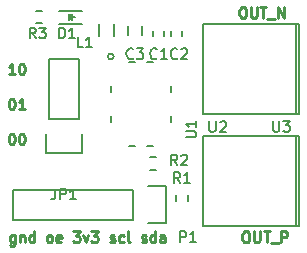
<source format=gto>
G04 #@! TF.FileFunction,Legend,Top*
%FSLAX46Y46*%
G04 Gerber Fmt 4.6, Leading zero omitted, Abs format (unit mm)*
G04 Created by KiCad (PCBNEW 4.0.2-stable) date Sun 24 Apr 2016 07:38:59 PM AKDT*
%MOMM*%
G01*
G04 APERTURE LIST*
%ADD10C,0.100000*%
%ADD11C,0.225000*%
%ADD12C,0.150000*%
G04 APERTURE END LIST*
D10*
D11*
X160035715Y-97257143D02*
X160207144Y-97257143D01*
X160292858Y-97300000D01*
X160378572Y-97385714D01*
X160421430Y-97557143D01*
X160421430Y-97857143D01*
X160378572Y-98028571D01*
X160292858Y-98114286D01*
X160207144Y-98157143D01*
X160035715Y-98157143D01*
X159950001Y-98114286D01*
X159864287Y-98028571D01*
X159821430Y-97857143D01*
X159821430Y-97557143D01*
X159864287Y-97385714D01*
X159950001Y-97300000D01*
X160035715Y-97257143D01*
X160807144Y-97257143D02*
X160807144Y-97985714D01*
X160850001Y-98071429D01*
X160892858Y-98114286D01*
X160978572Y-98157143D01*
X161150001Y-98157143D01*
X161235715Y-98114286D01*
X161278572Y-98071429D01*
X161321429Y-97985714D01*
X161321429Y-97257143D01*
X161621429Y-97257143D02*
X162135715Y-97257143D01*
X161878572Y-98157143D02*
X161878572Y-97257143D01*
X162221429Y-98242857D02*
X162907143Y-98242857D01*
X163121429Y-98157143D02*
X163121429Y-97257143D01*
X163635714Y-98157143D01*
X163635714Y-97257143D01*
X160307143Y-116257143D02*
X160478572Y-116257143D01*
X160564286Y-116300000D01*
X160650000Y-116385714D01*
X160692858Y-116557143D01*
X160692858Y-116857143D01*
X160650000Y-117028571D01*
X160564286Y-117114286D01*
X160478572Y-117157143D01*
X160307143Y-117157143D01*
X160221429Y-117114286D01*
X160135715Y-117028571D01*
X160092858Y-116857143D01*
X160092858Y-116557143D01*
X160135715Y-116385714D01*
X160221429Y-116300000D01*
X160307143Y-116257143D01*
X161078572Y-116257143D02*
X161078572Y-116985714D01*
X161121429Y-117071429D01*
X161164286Y-117114286D01*
X161250000Y-117157143D01*
X161421429Y-117157143D01*
X161507143Y-117114286D01*
X161550000Y-117071429D01*
X161592857Y-116985714D01*
X161592857Y-116257143D01*
X161892857Y-116257143D02*
X162407143Y-116257143D01*
X162150000Y-117157143D02*
X162150000Y-116257143D01*
X162492857Y-117242857D02*
X163178571Y-117242857D01*
X163392857Y-117157143D02*
X163392857Y-116257143D01*
X163735714Y-116257143D01*
X163821428Y-116300000D01*
X163864285Y-116342857D01*
X163907142Y-116428571D01*
X163907142Y-116557143D01*
X163864285Y-116642857D01*
X163821428Y-116685714D01*
X163735714Y-116728571D01*
X163392857Y-116728571D01*
X140828571Y-102937143D02*
X140314286Y-102937143D01*
X140571428Y-102937143D02*
X140571428Y-102037143D01*
X140485714Y-102165714D01*
X140400000Y-102251429D01*
X140314286Y-102294286D01*
X141385714Y-102037143D02*
X141471429Y-102037143D01*
X141557143Y-102080000D01*
X141600000Y-102122857D01*
X141642857Y-102208571D01*
X141685714Y-102380000D01*
X141685714Y-102594286D01*
X141642857Y-102765714D01*
X141600000Y-102851429D01*
X141557143Y-102894286D01*
X141471429Y-102937143D01*
X141385714Y-102937143D01*
X141300000Y-102894286D01*
X141257143Y-102851429D01*
X141214286Y-102765714D01*
X141171429Y-102594286D01*
X141171429Y-102380000D01*
X141214286Y-102208571D01*
X141257143Y-102122857D01*
X141300000Y-102080000D01*
X141385714Y-102037143D01*
X140528571Y-105007143D02*
X140614286Y-105007143D01*
X140700000Y-105050000D01*
X140742857Y-105092857D01*
X140785714Y-105178571D01*
X140828571Y-105350000D01*
X140828571Y-105564286D01*
X140785714Y-105735714D01*
X140742857Y-105821429D01*
X140700000Y-105864286D01*
X140614286Y-105907143D01*
X140528571Y-105907143D01*
X140442857Y-105864286D01*
X140400000Y-105821429D01*
X140357143Y-105735714D01*
X140314286Y-105564286D01*
X140314286Y-105350000D01*
X140357143Y-105178571D01*
X140400000Y-105092857D01*
X140442857Y-105050000D01*
X140528571Y-105007143D01*
X141685714Y-105907143D02*
X141171429Y-105907143D01*
X141428571Y-105907143D02*
X141428571Y-105007143D01*
X141342857Y-105135714D01*
X141257143Y-105221429D01*
X141171429Y-105264286D01*
X140528571Y-107977143D02*
X140614286Y-107977143D01*
X140700000Y-108020000D01*
X140742857Y-108062857D01*
X140785714Y-108148571D01*
X140828571Y-108320000D01*
X140828571Y-108534286D01*
X140785714Y-108705714D01*
X140742857Y-108791429D01*
X140700000Y-108834286D01*
X140614286Y-108877143D01*
X140528571Y-108877143D01*
X140442857Y-108834286D01*
X140400000Y-108791429D01*
X140357143Y-108705714D01*
X140314286Y-108534286D01*
X140314286Y-108320000D01*
X140357143Y-108148571D01*
X140400000Y-108062857D01*
X140442857Y-108020000D01*
X140528571Y-107977143D01*
X141385714Y-107977143D02*
X141471429Y-107977143D01*
X141557143Y-108020000D01*
X141600000Y-108062857D01*
X141642857Y-108148571D01*
X141685714Y-108320000D01*
X141685714Y-108534286D01*
X141642857Y-108705714D01*
X141600000Y-108791429D01*
X141557143Y-108834286D01*
X141471429Y-108877143D01*
X141385714Y-108877143D01*
X141300000Y-108834286D01*
X141257143Y-108791429D01*
X141214286Y-108705714D01*
X141171429Y-108534286D01*
X141171429Y-108320000D01*
X141214286Y-108148571D01*
X141257143Y-108062857D01*
X141300000Y-108020000D01*
X141385714Y-107977143D01*
X140850000Y-116557143D02*
X140850000Y-117285714D01*
X140807143Y-117371429D01*
X140764286Y-117414286D01*
X140678571Y-117457143D01*
X140550000Y-117457143D01*
X140464286Y-117414286D01*
X140850000Y-117114286D02*
X140764286Y-117157143D01*
X140592857Y-117157143D01*
X140507143Y-117114286D01*
X140464286Y-117071429D01*
X140421429Y-116985714D01*
X140421429Y-116728571D01*
X140464286Y-116642857D01*
X140507143Y-116600000D01*
X140592857Y-116557143D01*
X140764286Y-116557143D01*
X140850000Y-116600000D01*
X141278572Y-116557143D02*
X141278572Y-117157143D01*
X141278572Y-116642857D02*
X141321429Y-116600000D01*
X141407143Y-116557143D01*
X141535715Y-116557143D01*
X141621429Y-116600000D01*
X141664286Y-116685714D01*
X141664286Y-117157143D01*
X142478572Y-117157143D02*
X142478572Y-116257143D01*
X142478572Y-117114286D02*
X142392858Y-117157143D01*
X142221429Y-117157143D01*
X142135715Y-117114286D01*
X142092858Y-117071429D01*
X142050001Y-116985714D01*
X142050001Y-116728571D01*
X142092858Y-116642857D01*
X142135715Y-116600000D01*
X142221429Y-116557143D01*
X142392858Y-116557143D01*
X142478572Y-116600000D01*
X143721429Y-117157143D02*
X143635715Y-117114286D01*
X143592858Y-117071429D01*
X143550001Y-116985714D01*
X143550001Y-116728571D01*
X143592858Y-116642857D01*
X143635715Y-116600000D01*
X143721429Y-116557143D01*
X143850001Y-116557143D01*
X143935715Y-116600000D01*
X143978572Y-116642857D01*
X144021429Y-116728571D01*
X144021429Y-116985714D01*
X143978572Y-117071429D01*
X143935715Y-117114286D01*
X143850001Y-117157143D01*
X143721429Y-117157143D01*
X144750001Y-117114286D02*
X144664287Y-117157143D01*
X144492858Y-117157143D01*
X144407144Y-117114286D01*
X144364287Y-117028571D01*
X144364287Y-116685714D01*
X144407144Y-116600000D01*
X144492858Y-116557143D01*
X144664287Y-116557143D01*
X144750001Y-116600000D01*
X144792858Y-116685714D01*
X144792858Y-116771429D01*
X144364287Y-116857143D01*
X145778572Y-116257143D02*
X146335715Y-116257143D01*
X146035715Y-116600000D01*
X146164287Y-116600000D01*
X146250001Y-116642857D01*
X146292858Y-116685714D01*
X146335715Y-116771429D01*
X146335715Y-116985714D01*
X146292858Y-117071429D01*
X146250001Y-117114286D01*
X146164287Y-117157143D01*
X145907144Y-117157143D01*
X145821430Y-117114286D01*
X145778572Y-117071429D01*
X146635715Y-116557143D02*
X146850001Y-117157143D01*
X147064287Y-116557143D01*
X147321429Y-116257143D02*
X147878572Y-116257143D01*
X147578572Y-116600000D01*
X147707144Y-116600000D01*
X147792858Y-116642857D01*
X147835715Y-116685714D01*
X147878572Y-116771429D01*
X147878572Y-116985714D01*
X147835715Y-117071429D01*
X147792858Y-117114286D01*
X147707144Y-117157143D01*
X147450001Y-117157143D01*
X147364287Y-117114286D01*
X147321429Y-117071429D01*
X148907144Y-117114286D02*
X148992858Y-117157143D01*
X149164286Y-117157143D01*
X149250001Y-117114286D01*
X149292858Y-117028571D01*
X149292858Y-116985714D01*
X149250001Y-116900000D01*
X149164286Y-116857143D01*
X149035715Y-116857143D01*
X148950001Y-116814286D01*
X148907144Y-116728571D01*
X148907144Y-116685714D01*
X148950001Y-116600000D01*
X149035715Y-116557143D01*
X149164286Y-116557143D01*
X149250001Y-116600000D01*
X150064286Y-117114286D02*
X149978572Y-117157143D01*
X149807143Y-117157143D01*
X149721429Y-117114286D01*
X149678572Y-117071429D01*
X149635715Y-116985714D01*
X149635715Y-116728571D01*
X149678572Y-116642857D01*
X149721429Y-116600000D01*
X149807143Y-116557143D01*
X149978572Y-116557143D01*
X150064286Y-116600000D01*
X150578572Y-117157143D02*
X150492858Y-117114286D01*
X150450001Y-117028571D01*
X150450001Y-116257143D01*
X151564287Y-117114286D02*
X151650001Y-117157143D01*
X151821429Y-117157143D01*
X151907144Y-117114286D01*
X151950001Y-117028571D01*
X151950001Y-116985714D01*
X151907144Y-116900000D01*
X151821429Y-116857143D01*
X151692858Y-116857143D01*
X151607144Y-116814286D01*
X151564287Y-116728571D01*
X151564287Y-116685714D01*
X151607144Y-116600000D01*
X151692858Y-116557143D01*
X151821429Y-116557143D01*
X151907144Y-116600000D01*
X152721429Y-117157143D02*
X152721429Y-116257143D01*
X152721429Y-117114286D02*
X152635715Y-117157143D01*
X152464286Y-117157143D01*
X152378572Y-117114286D01*
X152335715Y-117071429D01*
X152292858Y-116985714D01*
X152292858Y-116728571D01*
X152335715Y-116642857D01*
X152378572Y-116600000D01*
X152464286Y-116557143D01*
X152635715Y-116557143D01*
X152721429Y-116600000D01*
X153535715Y-117157143D02*
X153535715Y-116685714D01*
X153492858Y-116600000D01*
X153407144Y-116557143D01*
X153235715Y-116557143D01*
X153150001Y-116600000D01*
X153535715Y-117114286D02*
X153450001Y-117157143D01*
X153235715Y-117157143D01*
X153150001Y-117114286D01*
X153107144Y-117028571D01*
X153107144Y-116942857D01*
X153150001Y-116857143D01*
X153235715Y-116814286D01*
X153450001Y-116814286D01*
X153535715Y-116771429D01*
D12*
X152525000Y-99250000D02*
X152525000Y-99750000D01*
X153475000Y-99750000D02*
X153475000Y-99250000D01*
X154025000Y-99250000D02*
X154025000Y-99750000D01*
X154975000Y-99750000D02*
X154975000Y-99250000D01*
X150400000Y-99600000D02*
X150400000Y-98900000D01*
X151600000Y-98900000D02*
X151600000Y-99600000D01*
X144600000Y-98650000D02*
X146500000Y-98650000D01*
X144600000Y-97550000D02*
X146500000Y-97550000D01*
X145500000Y-98100000D02*
X145950000Y-98100000D01*
X145450000Y-97850000D02*
X145450000Y-98350000D01*
X145450000Y-98100000D02*
X145700000Y-97850000D01*
X145700000Y-97850000D02*
X145700000Y-98350000D01*
X145700000Y-98350000D02*
X145450000Y-98100000D01*
X146270000Y-106770000D02*
X146270000Y-101690000D01*
X146270000Y-101690000D02*
X143730000Y-101690000D01*
X143730000Y-101690000D02*
X143730000Y-106770000D01*
X143450000Y-109590000D02*
X143450000Y-108040000D01*
X143730000Y-106770000D02*
X146270000Y-106770000D01*
X146550000Y-108040000D02*
X146550000Y-109590000D01*
X146550000Y-109590000D02*
X143450000Y-109590000D01*
X147925000Y-99700000D02*
X147925000Y-98700000D01*
X149275000Y-98700000D02*
X149275000Y-99700000D01*
X152080000Y-112450000D02*
X153630000Y-112450000D01*
X153630000Y-112450000D02*
X153630000Y-115550000D01*
X153630000Y-115550000D02*
X152080000Y-115550000D01*
X150810000Y-115270000D02*
X140650000Y-115270000D01*
X140650000Y-115270000D02*
X140650000Y-112730000D01*
X140650000Y-112730000D02*
X150810000Y-112730000D01*
X150810000Y-115270000D02*
X150810000Y-112730000D01*
X155525000Y-113700000D02*
X155525000Y-113200000D01*
X154475000Y-113200000D02*
X154475000Y-113700000D01*
X152250000Y-111025000D02*
X152750000Y-111025000D01*
X152750000Y-109975000D02*
X152250000Y-109975000D01*
X143100000Y-97575000D02*
X142600000Y-97575000D01*
X142600000Y-98625000D02*
X143100000Y-98625000D01*
X152008000Y-109056000D02*
X152516000Y-109056000D01*
X150484000Y-109056000D02*
X150992000Y-109056000D01*
X150484000Y-101944000D02*
X150992000Y-101944000D01*
X152008000Y-101944000D02*
X152516000Y-101944000D01*
X154040000Y-103976000D02*
X154040000Y-104484000D01*
X154040000Y-106516000D02*
X154040000Y-107024000D01*
X148960000Y-106516000D02*
X148960000Y-107024000D01*
X148960000Y-103976000D02*
X148960000Y-104484000D01*
X149210000Y-101436000D02*
G75*
G03X149210000Y-101436000I-250000J0D01*
G01*
X164604000Y-108190000D02*
X164604000Y-115810000D01*
X164858000Y-108190000D02*
X164350000Y-108190000D01*
X164858000Y-115810000D02*
X164858000Y-108190000D01*
X164858000Y-115810000D02*
X164350000Y-115810000D01*
X156730000Y-108190000D02*
X164350000Y-108190000D01*
X156730000Y-115810000D02*
X156730000Y-108190000D01*
X164350000Y-115810000D02*
X156730000Y-115810000D01*
X164604000Y-98650000D02*
X164604000Y-106270000D01*
X164858000Y-98650000D02*
X164350000Y-98650000D01*
X164858000Y-106270000D02*
X164858000Y-98650000D01*
X164858000Y-106270000D02*
X164350000Y-106270000D01*
X156730000Y-98650000D02*
X164350000Y-98650000D01*
X156730000Y-106270000D02*
X156730000Y-98650000D01*
X164350000Y-106270000D02*
X156730000Y-106270000D01*
X152850000Y-101571429D02*
X152807143Y-101614286D01*
X152678572Y-101657143D01*
X152592858Y-101657143D01*
X152464286Y-101614286D01*
X152378572Y-101528571D01*
X152335715Y-101442857D01*
X152292858Y-101271429D01*
X152292858Y-101142857D01*
X152335715Y-100971429D01*
X152378572Y-100885714D01*
X152464286Y-100800000D01*
X152592858Y-100757143D01*
X152678572Y-100757143D01*
X152807143Y-100800000D01*
X152850000Y-100842857D01*
X153707143Y-101657143D02*
X153192858Y-101657143D01*
X153450000Y-101657143D02*
X153450000Y-100757143D01*
X153364286Y-100885714D01*
X153278572Y-100971429D01*
X153192858Y-101014286D01*
X154600000Y-101571429D02*
X154557143Y-101614286D01*
X154428572Y-101657143D01*
X154342858Y-101657143D01*
X154214286Y-101614286D01*
X154128572Y-101528571D01*
X154085715Y-101442857D01*
X154042858Y-101271429D01*
X154042858Y-101142857D01*
X154085715Y-100971429D01*
X154128572Y-100885714D01*
X154214286Y-100800000D01*
X154342858Y-100757143D01*
X154428572Y-100757143D01*
X154557143Y-100800000D01*
X154600000Y-100842857D01*
X154942858Y-100842857D02*
X154985715Y-100800000D01*
X155071429Y-100757143D01*
X155285715Y-100757143D01*
X155371429Y-100800000D01*
X155414286Y-100842857D01*
X155457143Y-100928571D01*
X155457143Y-101014286D01*
X155414286Y-101142857D01*
X154900000Y-101657143D01*
X155457143Y-101657143D01*
X150850000Y-101571429D02*
X150807143Y-101614286D01*
X150678572Y-101657143D01*
X150592858Y-101657143D01*
X150464286Y-101614286D01*
X150378572Y-101528571D01*
X150335715Y-101442857D01*
X150292858Y-101271429D01*
X150292858Y-101142857D01*
X150335715Y-100971429D01*
X150378572Y-100885714D01*
X150464286Y-100800000D01*
X150592858Y-100757143D01*
X150678572Y-100757143D01*
X150807143Y-100800000D01*
X150850000Y-100842857D01*
X151150000Y-100757143D02*
X151707143Y-100757143D01*
X151407143Y-101100000D01*
X151535715Y-101100000D01*
X151621429Y-101142857D01*
X151664286Y-101185714D01*
X151707143Y-101271429D01*
X151707143Y-101485714D01*
X151664286Y-101571429D01*
X151621429Y-101614286D01*
X151535715Y-101657143D01*
X151278572Y-101657143D01*
X151192858Y-101614286D01*
X151150000Y-101571429D01*
X144585715Y-99907143D02*
X144585715Y-99007143D01*
X144800000Y-99007143D01*
X144928572Y-99050000D01*
X145014286Y-99135714D01*
X145057143Y-99221429D01*
X145100000Y-99392857D01*
X145100000Y-99521429D01*
X145057143Y-99692857D01*
X145014286Y-99778571D01*
X144928572Y-99864286D01*
X144800000Y-99907143D01*
X144585715Y-99907143D01*
X145957143Y-99907143D02*
X145442858Y-99907143D01*
X145700000Y-99907143D02*
X145700000Y-99007143D01*
X145614286Y-99135714D01*
X145528572Y-99221429D01*
X145442858Y-99264286D01*
X144250001Y-112647143D02*
X144250001Y-113290000D01*
X144207143Y-113418571D01*
X144121429Y-113504286D01*
X143992858Y-113547143D01*
X143907143Y-113547143D01*
X144678572Y-113547143D02*
X144678572Y-112647143D01*
X145021429Y-112647143D01*
X145107143Y-112690000D01*
X145150000Y-112732857D01*
X145192857Y-112818571D01*
X145192857Y-112947143D01*
X145150000Y-113032857D01*
X145107143Y-113075714D01*
X145021429Y-113118571D01*
X144678572Y-113118571D01*
X146050000Y-113547143D02*
X145535715Y-113547143D01*
X145792857Y-113547143D02*
X145792857Y-112647143D01*
X145707143Y-112775714D01*
X145621429Y-112861429D01*
X145535715Y-112904286D01*
X146600000Y-100657143D02*
X146171429Y-100657143D01*
X146171429Y-99757143D01*
X147371428Y-100657143D02*
X146857143Y-100657143D01*
X147114285Y-100657143D02*
X147114285Y-99757143D01*
X147028571Y-99885714D01*
X146942857Y-99971429D01*
X146857143Y-100014286D01*
X154835715Y-117157143D02*
X154835715Y-116257143D01*
X155178572Y-116257143D01*
X155264286Y-116300000D01*
X155307143Y-116342857D01*
X155350000Y-116428571D01*
X155350000Y-116557143D01*
X155307143Y-116642857D01*
X155264286Y-116685714D01*
X155178572Y-116728571D01*
X154835715Y-116728571D01*
X156207143Y-117157143D02*
X155692858Y-117157143D01*
X155950000Y-117157143D02*
X155950000Y-116257143D01*
X155864286Y-116385714D01*
X155778572Y-116471429D01*
X155692858Y-116514286D01*
X154850000Y-112157143D02*
X154550000Y-111728571D01*
X154335715Y-112157143D02*
X154335715Y-111257143D01*
X154678572Y-111257143D01*
X154764286Y-111300000D01*
X154807143Y-111342857D01*
X154850000Y-111428571D01*
X154850000Y-111557143D01*
X154807143Y-111642857D01*
X154764286Y-111685714D01*
X154678572Y-111728571D01*
X154335715Y-111728571D01*
X155707143Y-112157143D02*
X155192858Y-112157143D01*
X155450000Y-112157143D02*
X155450000Y-111257143D01*
X155364286Y-111385714D01*
X155278572Y-111471429D01*
X155192858Y-111514286D01*
X154600000Y-110657143D02*
X154300000Y-110228571D01*
X154085715Y-110657143D02*
X154085715Y-109757143D01*
X154428572Y-109757143D01*
X154514286Y-109800000D01*
X154557143Y-109842857D01*
X154600000Y-109928571D01*
X154600000Y-110057143D01*
X154557143Y-110142857D01*
X154514286Y-110185714D01*
X154428572Y-110228571D01*
X154085715Y-110228571D01*
X154942858Y-109842857D02*
X154985715Y-109800000D01*
X155071429Y-109757143D01*
X155285715Y-109757143D01*
X155371429Y-109800000D01*
X155414286Y-109842857D01*
X155457143Y-109928571D01*
X155457143Y-110014286D01*
X155414286Y-110142857D01*
X154900000Y-110657143D01*
X155457143Y-110657143D01*
X142600000Y-99907143D02*
X142300000Y-99478571D01*
X142085715Y-99907143D02*
X142085715Y-99007143D01*
X142428572Y-99007143D01*
X142514286Y-99050000D01*
X142557143Y-99092857D01*
X142600000Y-99178571D01*
X142600000Y-99307143D01*
X142557143Y-99392857D01*
X142514286Y-99435714D01*
X142428572Y-99478571D01*
X142085715Y-99478571D01*
X142900000Y-99007143D02*
X143457143Y-99007143D01*
X143157143Y-99350000D01*
X143285715Y-99350000D01*
X143371429Y-99392857D01*
X143414286Y-99435714D01*
X143457143Y-99521429D01*
X143457143Y-99735714D01*
X143414286Y-99821429D01*
X143371429Y-99864286D01*
X143285715Y-99907143D01*
X143028572Y-99907143D01*
X142942858Y-99864286D01*
X142900000Y-99821429D01*
X155307143Y-108285714D02*
X156035714Y-108285714D01*
X156121429Y-108242857D01*
X156164286Y-108200000D01*
X156207143Y-108114286D01*
X156207143Y-107942857D01*
X156164286Y-107857143D01*
X156121429Y-107814286D01*
X156035714Y-107771429D01*
X155307143Y-107771429D01*
X156207143Y-106871429D02*
X156207143Y-107385714D01*
X156207143Y-107128572D02*
X155307143Y-107128572D01*
X155435714Y-107214286D01*
X155521429Y-107300000D01*
X155564286Y-107385714D01*
X157314286Y-106907143D02*
X157314286Y-107635714D01*
X157357143Y-107721429D01*
X157400000Y-107764286D01*
X157485714Y-107807143D01*
X157657143Y-107807143D01*
X157742857Y-107764286D01*
X157785714Y-107721429D01*
X157828571Y-107635714D01*
X157828571Y-106907143D01*
X158214286Y-106992857D02*
X158257143Y-106950000D01*
X158342857Y-106907143D01*
X158557143Y-106907143D01*
X158642857Y-106950000D01*
X158685714Y-106992857D01*
X158728571Y-107078571D01*
X158728571Y-107164286D01*
X158685714Y-107292857D01*
X158171428Y-107807143D01*
X158728571Y-107807143D01*
X162714286Y-106907143D02*
X162714286Y-107635714D01*
X162757143Y-107721429D01*
X162800000Y-107764286D01*
X162885714Y-107807143D01*
X163057143Y-107807143D01*
X163142857Y-107764286D01*
X163185714Y-107721429D01*
X163228571Y-107635714D01*
X163228571Y-106907143D01*
X163571428Y-106907143D02*
X164128571Y-106907143D01*
X163828571Y-107250000D01*
X163957143Y-107250000D01*
X164042857Y-107292857D01*
X164085714Y-107335714D01*
X164128571Y-107421429D01*
X164128571Y-107635714D01*
X164085714Y-107721429D01*
X164042857Y-107764286D01*
X163957143Y-107807143D01*
X163700000Y-107807143D01*
X163614286Y-107764286D01*
X163571428Y-107721429D01*
M02*

</source>
